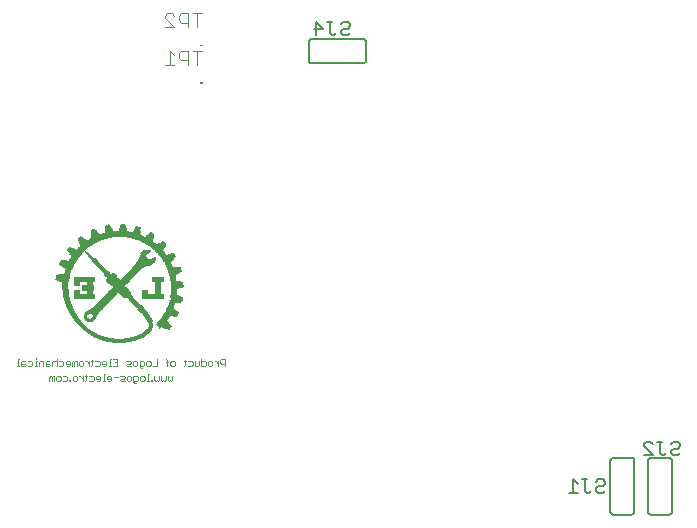
<source format=gbo>
G75*
G70*
%OFA0B0*%
%FSLAX24Y24*%
%IPPOS*%
%LPD*%
%AMOC8*
5,1,8,0,0,1.08239X$1,22.5*
%
%ADD10C,0.0020*%
%ADD11C,0.0060*%
%ADD12C,0.0050*%
%ADD13R,0.0483X0.0017*%
%ADD14R,0.0700X0.0017*%
%ADD15R,0.0867X0.0017*%
%ADD16R,0.1000X0.0017*%
%ADD17R,0.1117X0.0017*%
%ADD18R,0.1217X0.0017*%
%ADD19R,0.1300X0.0017*%
%ADD20R,0.0517X0.0017*%
%ADD21R,0.0550X0.0017*%
%ADD22R,0.0450X0.0017*%
%ADD23R,0.0400X0.0017*%
%ADD24R,0.0417X0.0017*%
%ADD25R,0.0367X0.0017*%
%ADD26R,0.0383X0.0017*%
%ADD27R,0.0333X0.0017*%
%ADD28R,0.0350X0.0017*%
%ADD29R,0.0317X0.0017*%
%ADD30R,0.0283X0.0017*%
%ADD31R,0.0300X0.0017*%
%ADD32R,0.0283X0.0017*%
%ADD33R,0.0283X0.0017*%
%ADD34R,0.0250X0.0017*%
%ADD35R,0.0233X0.0017*%
%ADD36R,0.0267X0.0017*%
%ADD37R,0.0217X0.0017*%
%ADD38R,0.0267X0.0017*%
%ADD39R,0.0200X0.0017*%
%ADD40R,0.0250X0.0017*%
%ADD41R,0.0183X0.0017*%
%ADD42R,0.0233X0.0017*%
%ADD43R,0.0183X0.0017*%
%ADD44R,0.0183X0.0017*%
%ADD45R,0.0167X0.0017*%
%ADD46R,0.0167X0.0017*%
%ADD47R,0.0217X0.0017*%
%ADD48R,0.0067X0.0017*%
%ADD49R,0.0150X0.0017*%
%ADD50R,0.0200X0.0017*%
%ADD51R,0.0133X0.0017*%
%ADD52R,0.0217X0.0017*%
%ADD53R,0.0017X0.0017*%
%ADD54R,0.0133X0.0017*%
%ADD55R,0.0217X0.0017*%
%ADD56R,0.0050X0.0017*%
%ADD57R,0.0300X0.0017*%
%ADD58R,0.0083X0.0017*%
%ADD59R,0.0133X0.0017*%
%ADD60R,0.0433X0.0017*%
%ADD61R,0.0133X0.0017*%
%ADD62R,0.0117X0.0017*%
%ADD63R,0.0467X0.0017*%
%ADD64R,0.0117X0.0017*%
%ADD65R,0.0483X0.0017*%
%ADD66R,0.0467X0.0017*%
%ADD67R,0.0383X0.0017*%
%ADD68R,0.0350X0.0017*%
%ADD69R,0.0150X0.0017*%
%ADD70R,0.0317X0.0017*%
%ADD71R,0.0283X0.0017*%
%ADD72R,0.0167X0.0017*%
%ADD73R,0.0267X0.0017*%
%ADD74R,0.0167X0.0017*%
%ADD75R,0.0100X0.0017*%
%ADD76R,0.0100X0.0017*%
%ADD77R,0.0233X0.0017*%
%ADD78R,0.0117X0.0017*%
%ADD79R,0.0500X0.0017*%
%ADD80R,0.0083X0.0017*%
%ADD81R,0.0500X0.0017*%
%ADD82R,0.0483X0.0017*%
%ADD83R,0.0233X0.0017*%
%ADD84R,0.0450X0.0017*%
%ADD85R,0.0433X0.0017*%
%ADD86R,0.0417X0.0017*%
%ADD87R,0.0183X0.0017*%
%ADD88R,0.0433X0.0017*%
%ADD89R,0.0333X0.0017*%
%ADD90R,0.0400X0.0017*%
%ADD91R,0.0367X0.0017*%
%ADD92R,0.0017X0.0017*%
%ADD93R,0.0333X0.0017*%
%ADD94R,0.0383X0.0017*%
%ADD95R,0.0433X0.0017*%
%ADD96R,0.0717X0.0017*%
%ADD97R,0.0700X0.0017*%
%ADD98R,0.0717X0.0017*%
%ADD99R,0.0317X0.0017*%
%ADD100R,0.0333X0.0017*%
%ADD101R,0.0733X0.0017*%
%ADD102R,0.0717X0.0017*%
%ADD103R,0.0683X0.0017*%
%ADD104R,0.0650X0.0017*%
%ADD105R,0.0617X0.0017*%
%ADD106R,0.0600X0.0017*%
%ADD107R,0.0567X0.0017*%
%ADD108R,0.0367X0.0017*%
%ADD109R,0.0533X0.0017*%
%ADD110R,0.0367X0.0017*%
%ADD111R,0.0417X0.0017*%
%ADD112R,0.0550X0.0017*%
%ADD113R,0.0583X0.0017*%
%ADD114R,0.0733X0.0017*%
%ADD115R,0.0383X0.0017*%
%ADD116R,0.0767X0.0017*%
%ADD117R,0.0783X0.0017*%
%ADD118R,0.0033X0.0017*%
%ADD119R,0.0067X0.0017*%
%ADD120R,0.0533X0.0017*%
%ADD121R,0.0567X0.0017*%
%ADD122R,0.0517X0.0017*%
%ADD123R,0.0567X0.0017*%
%ADD124R,0.0517X0.0017*%
%ADD125R,0.0317X0.0017*%
%ADD126R,0.0067X0.0017*%
%ADD127R,0.0033X0.0017*%
%ADD128R,0.0467X0.0017*%
%ADD129R,0.0583X0.0017*%
%ADD130R,0.0600X0.0017*%
%ADD131R,0.0633X0.0017*%
%ADD132R,0.0683X0.0017*%
%ADD133R,0.0650X0.0017*%
%ADD134R,0.0717X0.0017*%
%ADD135R,0.0533X0.0017*%
%ADD136R,0.0883X0.0017*%
%ADD137R,0.0750X0.0017*%
%ADD138R,0.0883X0.0017*%
%ADD139R,0.0033X0.0017*%
%ADD140R,0.1717X0.0017*%
%ADD141R,0.1683X0.0017*%
%ADD142R,0.1650X0.0017*%
%ADD143R,0.1633X0.0017*%
%ADD144R,0.1333X0.0017*%
%ADD145R,0.1283X0.0017*%
%ADD146R,0.1233X0.0017*%
%ADD147R,0.1183X0.0017*%
%ADD148R,0.0867X0.0017*%
%ADD149R,0.0767X0.0017*%
%ADD150R,0.0050X0.0017*%
%ADD151C,0.0040*%
%ADD152C,0.0000*%
D10*
X004499Y007881D02*
X004499Y007991D01*
X004536Y008027D01*
X004572Y007991D01*
X004572Y007881D01*
X004646Y007881D02*
X004646Y008027D01*
X004609Y008027D01*
X004572Y007991D01*
X004720Y007991D02*
X004757Y008027D01*
X004830Y008027D01*
X004867Y007991D01*
X004867Y007917D01*
X004830Y007881D01*
X004757Y007881D01*
X004720Y007917D01*
X004720Y007991D01*
X004941Y008027D02*
X005051Y008027D01*
X005088Y007991D01*
X005088Y007917D01*
X005051Y007881D01*
X004941Y007881D01*
X005162Y007881D02*
X005162Y007917D01*
X005198Y007917D01*
X005198Y007881D01*
X005162Y007881D01*
X005272Y007917D02*
X005309Y007881D01*
X005383Y007881D01*
X005419Y007917D01*
X005419Y007991D01*
X005383Y008027D01*
X005309Y008027D01*
X005272Y007991D01*
X005272Y007917D01*
X005493Y008027D02*
X005530Y008027D01*
X005603Y007954D01*
X005603Y007881D02*
X005603Y008027D01*
X005677Y008027D02*
X005751Y008027D01*
X005714Y008064D02*
X005714Y007917D01*
X005677Y007881D01*
X005825Y007881D02*
X005935Y007881D01*
X005972Y007917D01*
X005972Y007991D01*
X005935Y008027D01*
X005825Y008027D01*
X006046Y007991D02*
X006046Y007954D01*
X006193Y007954D01*
X006193Y007917D02*
X006193Y007991D01*
X006156Y008027D01*
X006083Y008027D01*
X006046Y007991D01*
X006083Y007881D02*
X006156Y007881D01*
X006193Y007917D01*
X006267Y007881D02*
X006340Y007881D01*
X006303Y007881D02*
X006303Y008101D01*
X006340Y008101D01*
X006414Y007991D02*
X006414Y007954D01*
X006561Y007954D01*
X006561Y007917D02*
X006561Y007991D01*
X006524Y008027D01*
X006451Y008027D01*
X006414Y007991D01*
X006451Y007881D02*
X006524Y007881D01*
X006561Y007917D01*
X006635Y007991D02*
X006782Y007991D01*
X006856Y008027D02*
X006966Y008027D01*
X007003Y007991D01*
X006966Y007954D01*
X006893Y007954D01*
X006856Y007917D01*
X006893Y007881D01*
X007003Y007881D01*
X007077Y007917D02*
X007077Y007991D01*
X007114Y008027D01*
X007187Y008027D01*
X007224Y007991D01*
X007224Y007917D01*
X007187Y007881D01*
X007114Y007881D01*
X007077Y007917D01*
X007298Y007881D02*
X007408Y007881D01*
X007445Y007917D01*
X007445Y007991D01*
X007408Y008027D01*
X007298Y008027D01*
X007298Y007844D01*
X007335Y007807D01*
X007371Y007807D01*
X007519Y007917D02*
X007519Y007991D01*
X007556Y008027D01*
X007629Y008027D01*
X007666Y007991D01*
X007666Y007917D01*
X007629Y007881D01*
X007556Y007881D01*
X007519Y007917D01*
X007740Y007881D02*
X007813Y007881D01*
X007776Y007881D02*
X007776Y008101D01*
X007813Y008101D01*
X007887Y007917D02*
X007887Y007881D01*
X007924Y007881D01*
X007924Y007917D01*
X007887Y007917D01*
X007998Y007917D02*
X008035Y007881D01*
X008071Y007917D01*
X008108Y007881D01*
X008145Y007917D01*
X008145Y008027D01*
X008219Y008027D02*
X008219Y007917D01*
X008256Y007881D01*
X008292Y007917D01*
X008329Y007881D01*
X008366Y007917D01*
X008366Y008027D01*
X008440Y008027D02*
X008440Y007917D01*
X008477Y007881D01*
X008513Y007917D01*
X008550Y007881D01*
X008587Y007917D01*
X008587Y008027D01*
X008569Y008381D02*
X008532Y008417D01*
X008532Y008491D01*
X008569Y008527D01*
X008643Y008527D01*
X008679Y008491D01*
X008679Y008417D01*
X008643Y008381D01*
X008569Y008381D01*
X008422Y008381D02*
X008422Y008564D01*
X008385Y008601D01*
X008385Y008491D02*
X008458Y008491D01*
X008090Y008601D02*
X008090Y008381D01*
X007943Y008381D01*
X007869Y008417D02*
X007832Y008381D01*
X007759Y008381D01*
X007722Y008417D01*
X007722Y008491D01*
X007759Y008527D01*
X007832Y008527D01*
X007869Y008491D01*
X007869Y008417D01*
X007648Y008417D02*
X007611Y008381D01*
X007501Y008381D01*
X007501Y008344D02*
X007501Y008527D01*
X007611Y008527D01*
X007648Y008491D01*
X007648Y008417D01*
X007575Y008307D02*
X007538Y008307D01*
X007501Y008344D01*
X007427Y008417D02*
X007390Y008381D01*
X007317Y008381D01*
X007280Y008417D01*
X007280Y008491D01*
X007317Y008527D01*
X007390Y008527D01*
X007427Y008491D01*
X007427Y008417D01*
X007206Y008381D02*
X007096Y008381D01*
X007059Y008417D01*
X007096Y008454D01*
X007169Y008454D01*
X007206Y008491D01*
X007169Y008527D01*
X007059Y008527D01*
X006764Y008491D02*
X006691Y008491D01*
X006764Y008601D02*
X006764Y008381D01*
X006617Y008381D01*
X006543Y008381D02*
X006470Y008381D01*
X006506Y008381D02*
X006506Y008601D01*
X006543Y008601D01*
X006617Y008601D02*
X006764Y008601D01*
X006396Y008491D02*
X006359Y008527D01*
X006286Y008527D01*
X006249Y008491D01*
X006249Y008454D01*
X006396Y008454D01*
X006396Y008417D02*
X006396Y008491D01*
X006396Y008417D02*
X006359Y008381D01*
X006286Y008381D01*
X006175Y008417D02*
X006138Y008381D01*
X006028Y008381D01*
X005917Y008417D02*
X005917Y008564D01*
X005954Y008527D02*
X005880Y008527D01*
X005806Y008527D02*
X005806Y008381D01*
X005806Y008454D02*
X005733Y008527D01*
X005696Y008527D01*
X005622Y008491D02*
X005622Y008417D01*
X005586Y008381D01*
X005512Y008381D01*
X005476Y008417D01*
X005476Y008491D01*
X005512Y008527D01*
X005586Y008527D01*
X005622Y008491D01*
X005401Y008527D02*
X005365Y008527D01*
X005328Y008491D01*
X005291Y008527D01*
X005255Y008491D01*
X005255Y008381D01*
X005328Y008381D02*
X005328Y008491D01*
X005401Y008527D02*
X005401Y008381D01*
X005180Y008417D02*
X005180Y008491D01*
X005144Y008527D01*
X005070Y008527D01*
X005034Y008491D01*
X005034Y008454D01*
X005180Y008454D01*
X005180Y008417D02*
X005144Y008381D01*
X005070Y008381D01*
X004959Y008417D02*
X004923Y008381D01*
X004813Y008381D01*
X004738Y008381D02*
X004738Y008601D01*
X004702Y008527D02*
X004628Y008527D01*
X004592Y008491D01*
X004592Y008381D01*
X004517Y008417D02*
X004481Y008454D01*
X004371Y008454D01*
X004371Y008491D02*
X004371Y008381D01*
X004481Y008381D01*
X004517Y008417D01*
X004481Y008527D02*
X004407Y008527D01*
X004371Y008491D01*
X004296Y008527D02*
X004186Y008527D01*
X004150Y008491D01*
X004150Y008381D01*
X004075Y008381D02*
X004002Y008381D01*
X004039Y008381D02*
X004039Y008527D01*
X004075Y008527D01*
X004039Y008601D02*
X004039Y008638D01*
X003928Y008491D02*
X003928Y008417D01*
X003891Y008381D01*
X003781Y008381D01*
X003707Y008417D02*
X003670Y008454D01*
X003560Y008454D01*
X003560Y008491D02*
X003560Y008381D01*
X003670Y008381D01*
X003707Y008417D01*
X003670Y008527D02*
X003597Y008527D01*
X003560Y008491D01*
X003486Y008601D02*
X003449Y008601D01*
X003449Y008381D01*
X003413Y008381D02*
X003486Y008381D01*
X003781Y008527D02*
X003891Y008527D01*
X003928Y008491D01*
X004296Y008527D02*
X004296Y008381D01*
X004702Y008527D02*
X004738Y008491D01*
X004813Y008527D02*
X004923Y008527D01*
X004959Y008491D01*
X004959Y008417D01*
X005880Y008381D02*
X005917Y008417D01*
X006028Y008527D02*
X006138Y008527D01*
X006175Y008491D01*
X006175Y008417D01*
X007998Y008027D02*
X007998Y007917D01*
X008974Y008381D02*
X009011Y008417D01*
X009011Y008564D01*
X009048Y008527D02*
X008974Y008527D01*
X009122Y008527D02*
X009232Y008527D01*
X009269Y008491D01*
X009269Y008417D01*
X009232Y008381D01*
X009122Y008381D01*
X009343Y008381D02*
X009343Y008527D01*
X009343Y008381D02*
X009453Y008381D01*
X009490Y008417D01*
X009490Y008527D01*
X009564Y008527D02*
X009674Y008527D01*
X009711Y008491D01*
X009711Y008417D01*
X009674Y008381D01*
X009564Y008381D01*
X009564Y008601D01*
X009785Y008491D02*
X009821Y008527D01*
X009895Y008527D01*
X009931Y008491D01*
X009931Y008417D01*
X009895Y008381D01*
X009821Y008381D01*
X009785Y008417D01*
X009785Y008491D01*
X010006Y008527D02*
X010042Y008527D01*
X010116Y008454D01*
X010116Y008381D02*
X010116Y008527D01*
X010190Y008491D02*
X010227Y008454D01*
X010337Y008454D01*
X010337Y008381D02*
X010337Y008601D01*
X010227Y008601D01*
X010190Y008564D01*
X010190Y008491D01*
D11*
X013247Y018471D02*
X014947Y018471D01*
X014964Y018473D01*
X014981Y018477D01*
X014997Y018484D01*
X015011Y018494D01*
X015024Y018507D01*
X015034Y018521D01*
X015041Y018537D01*
X015045Y018554D01*
X015047Y018571D01*
X015047Y019171D01*
X015045Y019188D01*
X015041Y019205D01*
X015034Y019221D01*
X015024Y019235D01*
X015011Y019248D01*
X014997Y019258D01*
X014981Y019265D01*
X014964Y019269D01*
X014947Y019271D01*
X013247Y019271D01*
X013230Y019269D01*
X013213Y019265D01*
X013197Y019258D01*
X013183Y019248D01*
X013170Y019235D01*
X013160Y019221D01*
X013153Y019205D01*
X013149Y019188D01*
X013147Y019171D01*
X013147Y018571D01*
X013149Y018554D01*
X013153Y018537D01*
X013160Y018521D01*
X013170Y018507D01*
X013183Y018494D01*
X013197Y018484D01*
X013213Y018477D01*
X013230Y018473D01*
X013247Y018471D01*
X023297Y005321D02*
X023897Y005321D01*
X023914Y005319D01*
X023931Y005315D01*
X023947Y005308D01*
X023961Y005298D01*
X023974Y005285D01*
X023984Y005271D01*
X023991Y005255D01*
X023995Y005238D01*
X023997Y005221D01*
X023997Y003521D01*
X023995Y003504D01*
X023991Y003487D01*
X023984Y003471D01*
X023974Y003457D01*
X023961Y003444D01*
X023947Y003434D01*
X023931Y003427D01*
X023914Y003423D01*
X023897Y003421D01*
X023297Y003421D01*
X023280Y003423D01*
X023263Y003427D01*
X023247Y003434D01*
X023233Y003444D01*
X023220Y003457D01*
X023210Y003471D01*
X023203Y003487D01*
X023199Y003504D01*
X023197Y003521D01*
X023197Y005221D01*
X023199Y005238D01*
X023203Y005255D01*
X023210Y005271D01*
X023220Y005285D01*
X023233Y005298D01*
X023247Y005308D01*
X023263Y005315D01*
X023280Y005319D01*
X023297Y005321D01*
X024447Y005221D02*
X024447Y003521D01*
X024449Y003504D01*
X024453Y003487D01*
X024460Y003471D01*
X024470Y003457D01*
X024483Y003444D01*
X024497Y003434D01*
X024513Y003427D01*
X024530Y003423D01*
X024547Y003421D01*
X025147Y003421D01*
X025164Y003423D01*
X025181Y003427D01*
X025197Y003434D01*
X025211Y003444D01*
X025224Y003457D01*
X025234Y003471D01*
X025241Y003487D01*
X025245Y003504D01*
X025247Y003521D01*
X025247Y005221D01*
X025245Y005238D01*
X025241Y005255D01*
X025234Y005271D01*
X025224Y005285D01*
X025211Y005298D01*
X025197Y005308D01*
X025181Y005315D01*
X025164Y005319D01*
X025147Y005321D01*
X024547Y005321D01*
X024530Y005319D01*
X024513Y005315D01*
X024497Y005308D01*
X024483Y005298D01*
X024470Y005285D01*
X024460Y005271D01*
X024453Y005255D01*
X024449Y005238D01*
X024447Y005221D01*
D12*
X024301Y005396D02*
X024601Y005396D01*
X024301Y005696D01*
X024301Y005771D01*
X024376Y005846D01*
X024526Y005846D01*
X024601Y005771D01*
X024761Y005846D02*
X024911Y005846D01*
X024836Y005846D02*
X024836Y005471D01*
X024911Y005396D01*
X024986Y005396D01*
X025061Y005471D01*
X025221Y005471D02*
X025296Y005396D01*
X025447Y005396D01*
X025522Y005471D01*
X025447Y005621D02*
X025522Y005696D01*
X025522Y005771D01*
X025447Y005846D01*
X025296Y005846D01*
X025221Y005771D01*
X025296Y005621D02*
X025221Y005546D01*
X025221Y005471D01*
X025296Y005621D02*
X025447Y005621D01*
X023022Y004521D02*
X023022Y004446D01*
X022947Y004371D01*
X022796Y004371D01*
X022721Y004296D01*
X022721Y004221D01*
X022796Y004146D01*
X022947Y004146D01*
X023022Y004221D01*
X023022Y004521D02*
X022947Y004596D01*
X022796Y004596D01*
X022721Y004521D01*
X022411Y004596D02*
X022261Y004596D01*
X022336Y004596D02*
X022336Y004221D01*
X022411Y004146D01*
X022486Y004146D01*
X022561Y004221D01*
X022101Y004146D02*
X021801Y004146D01*
X021951Y004146D02*
X021951Y004596D01*
X022101Y004446D01*
X014447Y019396D02*
X014522Y019471D01*
X014447Y019396D02*
X014296Y019396D01*
X014221Y019471D01*
X014221Y019546D01*
X014296Y019621D01*
X014447Y019621D01*
X014522Y019696D01*
X014522Y019771D01*
X014447Y019846D01*
X014296Y019846D01*
X014221Y019771D01*
X013911Y019846D02*
X013761Y019846D01*
X013836Y019846D02*
X013836Y019471D01*
X013911Y019396D01*
X013986Y019396D01*
X014061Y019471D01*
X013601Y019621D02*
X013376Y019846D01*
X013376Y019396D01*
X013301Y019621D02*
X013601Y019621D01*
D13*
X007713Y012554D03*
X006080Y012587D03*
X005380Y012154D03*
X008580Y010137D03*
X008563Y010104D03*
X008563Y010087D03*
X006830Y009154D03*
D14*
X006822Y009171D03*
X005672Y010621D03*
X005672Y010671D03*
X005672Y010721D03*
X005672Y011171D03*
X005672Y011221D03*
X005672Y011271D03*
X005672Y011321D03*
D15*
X006822Y009187D03*
D16*
X006822Y009204D03*
D17*
X006813Y009221D03*
D18*
X006813Y009237D03*
D19*
X006822Y009254D03*
D20*
X007247Y009271D03*
X006797Y011071D03*
X008447Y012021D03*
D21*
X007663Y011771D03*
X005763Y012471D03*
X006397Y009271D03*
D22*
X006313Y009287D03*
X007330Y009287D03*
X008330Y009704D03*
X008347Y009687D03*
X008580Y010154D03*
X008730Y010554D03*
X008680Y011537D03*
X008680Y011554D03*
X008663Y011587D03*
X008663Y011604D03*
X008647Y011637D03*
X007730Y012537D03*
X006613Y011237D03*
X006797Y011037D03*
X005930Y010154D03*
X004930Y011254D03*
X004947Y011337D03*
D23*
X004988Y011404D03*
X005105Y011704D03*
X005372Y012104D03*
X006522Y011404D03*
X006522Y011387D03*
X007505Y011687D03*
X008455Y011937D03*
X008672Y011504D03*
X008755Y011004D03*
X008572Y010187D03*
X008288Y009787D03*
X007388Y009304D03*
D24*
X006247Y009304D03*
X004947Y011237D03*
X008447Y011954D03*
D25*
X008655Y011471D03*
X007438Y009321D03*
X006088Y010271D03*
D26*
X006197Y009321D03*
X008447Y011921D03*
D27*
X008138Y012237D03*
X007838Y012454D03*
X007405Y011604D03*
X007388Y011587D03*
X007355Y011554D03*
X007338Y011537D03*
X007305Y011504D03*
X007288Y011487D03*
X007255Y011454D03*
X007238Y011437D03*
X007205Y011404D03*
X007188Y011387D03*
X007155Y011354D03*
X007138Y011337D03*
X007105Y011304D03*
X007088Y011287D03*
X007055Y011254D03*
X007038Y011237D03*
X006555Y010737D03*
X006505Y010687D03*
X006455Y010637D03*
X006405Y010587D03*
X006355Y010537D03*
X006305Y010487D03*
X006255Y010437D03*
X005855Y009904D03*
X006105Y009354D03*
X007488Y009337D03*
D28*
X008563Y010204D03*
X007430Y011637D03*
X006613Y011287D03*
X006597Y011304D03*
X006613Y010804D03*
X006597Y010787D03*
X006230Y010404D03*
X006213Y010387D03*
X006180Y010354D03*
X006163Y010337D03*
X006130Y010304D03*
X006113Y010287D03*
X006147Y009337D03*
X004980Y011204D03*
X008130Y012254D03*
X008447Y011904D03*
D29*
X007913Y012404D03*
X006580Y011337D03*
X007030Y010754D03*
X007080Y010704D03*
X007130Y010654D03*
X007530Y009354D03*
X005630Y012304D03*
X005680Y012337D03*
D30*
X007563Y009371D03*
D31*
X006072Y009371D03*
X005055Y011421D03*
X005605Y012271D03*
X005655Y012321D03*
X007738Y012171D03*
X008438Y011871D03*
D32*
X008697Y010954D03*
X008547Y010254D03*
X007597Y009387D03*
X005997Y009404D03*
X005597Y012554D03*
D33*
X005563Y012237D03*
X006030Y012754D03*
X005130Y011637D03*
X007630Y011954D03*
X008680Y011187D03*
X008680Y010704D03*
X006030Y009387D03*
D34*
X005913Y009454D03*
X007630Y009404D03*
X007663Y010137D03*
X007563Y010237D03*
X007530Y010304D03*
X007497Y010337D03*
X007480Y010354D03*
X008297Y009887D03*
X008313Y009904D03*
X008347Y009954D03*
X008380Y010004D03*
X008413Y009637D03*
X008430Y011837D03*
X008247Y012087D03*
X008213Y012137D03*
X008197Y012154D03*
X008163Y012187D03*
X008263Y012437D03*
X007863Y012704D03*
X007413Y012854D03*
X006947Y012904D03*
X006947Y012937D03*
X006480Y012904D03*
X006480Y012887D03*
X006013Y012787D03*
X005247Y012254D03*
X005363Y012004D03*
X005330Y011954D03*
X005313Y011937D03*
X005297Y011904D03*
X005280Y011887D03*
X007630Y011987D03*
X007663Y012104D03*
X007763Y012204D03*
D35*
X008438Y011821D03*
X008555Y012071D03*
X008105Y011121D03*
X008105Y011071D03*
X008105Y011021D03*
X008105Y010971D03*
X008105Y010921D03*
X008105Y010871D03*
X008105Y010821D03*
X008105Y010771D03*
X007555Y010271D03*
X007255Y010571D03*
X007205Y010621D03*
X006438Y011421D03*
X006405Y011471D03*
X006355Y011521D03*
X005838Y011121D03*
X005838Y011071D03*
X005838Y010871D03*
X005838Y010821D03*
X005838Y010771D03*
X005105Y011471D03*
X005138Y011571D03*
X005805Y009521D03*
X007655Y009421D03*
X008355Y009971D03*
X008388Y010021D03*
D36*
X007622Y010171D03*
X007572Y010221D03*
X008622Y011421D03*
X006022Y012771D03*
X005372Y012021D03*
X005022Y011171D03*
X005972Y009421D03*
D37*
X005763Y009554D03*
X005863Y009854D03*
X005030Y010937D03*
X005030Y010954D03*
X005030Y010987D03*
X005030Y011004D03*
X005030Y011037D03*
X005030Y011054D03*
X005030Y011087D03*
X005030Y011104D03*
X005030Y011137D03*
X005030Y011154D03*
X005113Y011504D03*
X005130Y011554D03*
X005563Y012604D03*
X006463Y012954D03*
X007430Y012904D03*
X007880Y012737D03*
X007630Y012054D03*
X007630Y012037D03*
X007630Y012004D03*
X008463Y011754D03*
X007263Y010554D03*
X007280Y010537D03*
X007313Y010504D03*
X007330Y010487D03*
X007363Y010454D03*
X007380Y010437D03*
X007413Y010404D03*
X007430Y010387D03*
X007730Y010054D03*
X007763Y010004D03*
X007713Y009454D03*
X007680Y009437D03*
X008530Y010287D03*
X008530Y010304D03*
X006413Y011454D03*
D38*
X005355Y011987D03*
X006488Y012854D03*
X006938Y012887D03*
X007405Y012837D03*
X007855Y012687D03*
X007755Y012187D03*
X007705Y012137D03*
X008155Y012204D03*
X008438Y011854D03*
X007588Y010204D03*
X007605Y010187D03*
X007638Y010154D03*
X005988Y010104D03*
X005938Y009437D03*
D39*
X005622Y009671D03*
X005572Y009721D03*
X005422Y010771D03*
X005055Y010721D03*
X005038Y010821D03*
X005038Y010871D03*
X006038Y011821D03*
X006088Y011771D03*
X006138Y011721D03*
X006188Y011671D03*
X006238Y011621D03*
X006288Y011571D03*
X007638Y012071D03*
X008455Y011771D03*
X008505Y011671D03*
X008572Y010421D03*
X008555Y010371D03*
X008538Y010321D03*
X007788Y009971D03*
X007755Y010021D03*
X007722Y009471D03*
D40*
X008330Y009921D03*
X008530Y010271D03*
X008613Y010471D03*
X008663Y010721D03*
X007513Y010321D03*
X005880Y009471D03*
X005280Y011871D03*
X005313Y011921D03*
X006947Y012921D03*
X007630Y011971D03*
X008180Y012171D03*
X008263Y012071D03*
D41*
X008647Y010904D03*
X008647Y010887D03*
X008647Y010854D03*
X008647Y010837D03*
X008647Y010804D03*
X008647Y010787D03*
X008647Y010754D03*
X007797Y009954D03*
X007797Y009537D03*
X007747Y009487D03*
X005547Y009754D03*
X005497Y009804D03*
X005347Y010004D03*
X005147Y010387D03*
X005097Y010537D03*
X005097Y010554D03*
X005047Y010787D03*
X006947Y013037D03*
D42*
X006005Y012804D03*
X005138Y011604D03*
X005138Y011587D03*
X005105Y011487D03*
X005838Y011154D03*
X005838Y011137D03*
X005838Y011104D03*
X005838Y011087D03*
X005838Y011054D03*
X005838Y010854D03*
X005838Y010837D03*
X005838Y010804D03*
X005838Y010787D03*
X006388Y011487D03*
X007188Y010637D03*
X007238Y010587D03*
X007538Y010287D03*
X007555Y010254D03*
X007688Y010104D03*
X007705Y010087D03*
X008338Y009937D03*
X008105Y010787D03*
X008105Y010804D03*
X008105Y010837D03*
X008105Y010854D03*
X008105Y010887D03*
X008105Y010904D03*
X008105Y010937D03*
X008105Y010954D03*
X008105Y010987D03*
X008105Y011004D03*
X008105Y011037D03*
X008105Y011054D03*
X008105Y011087D03*
X008105Y011104D03*
X008105Y011137D03*
X008105Y011154D03*
X008238Y012104D03*
X005838Y009504D03*
X005855Y009487D03*
X005788Y009537D03*
D43*
X005563Y009737D03*
X005513Y009787D03*
X005463Y009837D03*
X005430Y009887D03*
X005413Y009904D03*
X005380Y009954D03*
X005313Y010054D03*
X005280Y010104D03*
X005263Y010137D03*
X005230Y010204D03*
X005213Y010237D03*
X005180Y010304D03*
X005163Y010354D03*
X005130Y010437D03*
X005113Y010487D03*
X005113Y010504D03*
X005080Y010587D03*
X005080Y010604D03*
X005080Y010637D03*
X005063Y010654D03*
X005063Y010687D03*
X005063Y010704D03*
X005413Y010787D03*
X005413Y010804D03*
X005413Y010837D03*
X005413Y011087D03*
X005413Y011104D03*
X005413Y011137D03*
X006013Y011854D03*
X006413Y011437D03*
X007680Y010804D03*
X007680Y010787D03*
X007813Y009937D03*
X007763Y009504D03*
X008580Y010454D03*
X008630Y011204D03*
X008630Y011237D03*
X008630Y011254D03*
X008613Y011287D03*
X008613Y011304D03*
X008613Y011337D03*
X006013Y010087D03*
D44*
X005530Y009771D03*
X005480Y009821D03*
X005363Y009971D03*
X005080Y010621D03*
X005063Y010671D03*
X005413Y010821D03*
X005413Y011121D03*
X005230Y012271D03*
X005980Y012871D03*
X008613Y011321D03*
X008630Y011271D03*
X008630Y011221D03*
X007680Y010771D03*
X007813Y009921D03*
X007780Y009521D03*
X008430Y009621D03*
D45*
X007855Y009837D03*
X007838Y009887D03*
X007805Y009554D03*
X005455Y009854D03*
X005388Y009937D03*
X005355Y009987D03*
X005288Y010087D03*
X005255Y010154D03*
X005238Y010187D03*
X005205Y010254D03*
X005188Y010287D03*
X005138Y010404D03*
X005405Y010854D03*
X005405Y010887D03*
X005405Y011054D03*
X006005Y011887D03*
X005988Y011904D03*
X005955Y011937D03*
X006455Y013004D03*
X006955Y013054D03*
X007438Y012954D03*
X007938Y011904D03*
X008788Y011654D03*
D46*
X007672Y010871D03*
X007672Y010821D03*
X007822Y009571D03*
X005272Y010121D03*
X005222Y010221D03*
X005172Y010321D03*
X005122Y010471D03*
X004972Y011871D03*
X005972Y011921D03*
D47*
X005997Y012821D03*
X006947Y012971D03*
X007297Y010521D03*
X007347Y010471D03*
X007397Y010421D03*
X007447Y010371D03*
X005747Y009571D03*
D48*
X008472Y009587D03*
X005772Y012104D03*
D49*
X005213Y012287D03*
X006447Y013037D03*
X006947Y013087D03*
X007447Y012987D03*
X007663Y010887D03*
X007847Y009854D03*
X007863Y009804D03*
X007847Y009604D03*
X007830Y009587D03*
X006013Y010054D03*
X005980Y009954D03*
X005963Y009937D03*
X005863Y009837D03*
D50*
X005722Y009587D03*
X005655Y009637D03*
X005638Y009654D03*
X005605Y009687D03*
X005588Y009704D03*
X005055Y010737D03*
X005055Y010754D03*
X005038Y010804D03*
X005038Y010837D03*
X005038Y010854D03*
X005038Y010887D03*
X005038Y010904D03*
X005422Y011154D03*
X006155Y011704D03*
X006172Y011687D03*
X006205Y011654D03*
X006222Y011637D03*
X006255Y011604D03*
X006272Y011587D03*
X006305Y011554D03*
X006322Y011537D03*
X006122Y011737D03*
X006105Y011754D03*
X006072Y011787D03*
X006055Y011804D03*
X006022Y011837D03*
X005988Y012854D03*
X006455Y012987D03*
X006955Y013004D03*
X007438Y012937D03*
X007888Y012754D03*
X008272Y012454D03*
X008438Y011804D03*
X008472Y011737D03*
X008488Y011704D03*
X008488Y011687D03*
X008505Y011654D03*
X008605Y011387D03*
X008605Y011354D03*
X008638Y010737D03*
X008572Y010437D03*
X008572Y010404D03*
X008555Y010387D03*
X008555Y010354D03*
X008538Y010337D03*
X007772Y009987D03*
D51*
X007855Y009637D03*
X008455Y009604D03*
X006005Y010004D03*
X006005Y010037D03*
X005755Y010104D03*
X005738Y010087D03*
X005738Y009937D03*
X005555Y012637D03*
X006455Y013054D03*
D52*
X005997Y012837D03*
X006947Y012954D03*
X006947Y012987D03*
X007647Y012087D03*
X008447Y011787D03*
X007747Y010037D03*
X005697Y009604D03*
X005097Y011437D03*
X005097Y011454D03*
D53*
X006497Y013071D03*
X008197Y009621D03*
D54*
X007855Y009621D03*
X006005Y010021D03*
X005988Y009971D03*
X006638Y011421D03*
D55*
X007630Y012021D03*
X008480Y011721D03*
X007430Y012921D03*
X006463Y012971D03*
X005030Y011121D03*
X005030Y011071D03*
X005030Y011021D03*
X005030Y010971D03*
X005030Y010921D03*
X005680Y009621D03*
X007713Y010071D03*
D56*
X008197Y009637D03*
X007030Y010637D03*
X008013Y011987D03*
X005730Y012154D03*
D57*
X005622Y012287D03*
X005588Y012254D03*
X005372Y012037D03*
X005255Y012237D03*
X007638Y011937D03*
X007722Y012154D03*
X008238Y012404D03*
X008638Y011437D03*
X008555Y010237D03*
X008288Y009854D03*
X008405Y009654D03*
X005855Y009887D03*
D58*
X008197Y009654D03*
X005197Y012304D03*
D59*
X007972Y011937D03*
X007872Y009787D03*
X007872Y009754D03*
X007872Y009687D03*
X007872Y009654D03*
D60*
X008288Y009771D03*
X008355Y009671D03*
X008738Y010571D03*
X008738Y010621D03*
X006805Y011021D03*
X005738Y012421D03*
D61*
X007872Y009771D03*
X007872Y009671D03*
D62*
X007880Y009704D03*
X007880Y009737D03*
X005913Y011954D03*
D63*
X004955Y011371D03*
X004938Y011321D03*
X004938Y011271D03*
X006838Y010971D03*
X008305Y009721D03*
D64*
X007880Y009721D03*
X005730Y010071D03*
D65*
X006797Y011054D03*
X005747Y012437D03*
X008447Y011987D03*
X008297Y009737D03*
D66*
X008288Y009754D03*
X004938Y011287D03*
X004938Y011304D03*
X004955Y011354D03*
X004955Y011387D03*
X005088Y011737D03*
D67*
X006547Y011354D03*
X006047Y010237D03*
X008297Y009804D03*
X006897Y012854D03*
D68*
X007813Y012471D03*
X007413Y011621D03*
X008713Y010671D03*
X008297Y009821D03*
X006247Y010421D03*
X006197Y010371D03*
X006147Y010321D03*
X005863Y009921D03*
X005113Y011671D03*
X005713Y012371D03*
D69*
X006947Y013071D03*
X007897Y012771D03*
X008280Y012471D03*
X007963Y011921D03*
X008697Y010021D03*
X007863Y009821D03*
D70*
X008297Y009837D03*
X008697Y010687D03*
X008647Y011454D03*
X008447Y011887D03*
X007097Y010687D03*
X007047Y010737D03*
X004997Y011187D03*
X005697Y012354D03*
D71*
X006947Y012871D03*
X008147Y012221D03*
X008297Y009871D03*
D72*
X007838Y009871D03*
X006005Y010071D03*
X005438Y009871D03*
X005405Y009921D03*
X005338Y010021D03*
X005305Y010071D03*
X005155Y010371D03*
X005138Y010421D03*
X005105Y010521D03*
X005405Y010871D03*
X005405Y011071D03*
X006005Y011871D03*
X005555Y012621D03*
X006455Y013021D03*
X007438Y012971D03*
X007788Y012221D03*
D73*
X007688Y012121D03*
X008255Y012421D03*
X007838Y012671D03*
X007405Y012821D03*
X006488Y012871D03*
X005588Y012571D03*
X005338Y011971D03*
X005138Y011621D03*
X005855Y009871D03*
D74*
X005322Y010037D03*
X005172Y010337D03*
X005122Y010454D03*
X007672Y010837D03*
X007672Y010854D03*
X007822Y009904D03*
X008572Y012087D03*
X005972Y012887D03*
D75*
X005988Y012904D03*
X005838Y012037D03*
X005872Y012004D03*
X005888Y011987D03*
X006638Y011437D03*
X007988Y011954D03*
X008288Y012487D03*
X008605Y012104D03*
X005722Y010054D03*
X005722Y010004D03*
X005722Y009987D03*
X005722Y009954D03*
D76*
X005722Y009971D03*
X005705Y010021D03*
X005905Y011971D03*
X005855Y012021D03*
D77*
X005572Y012587D03*
X006472Y012937D03*
X007422Y012887D03*
X006372Y011504D03*
X007222Y010604D03*
X008372Y009987D03*
X008672Y010937D03*
X008622Y011404D03*
X005122Y011537D03*
D78*
X005997Y009987D03*
X007897Y012787D03*
D79*
X008105Y012337D03*
X008455Y012004D03*
X007572Y011704D03*
X006838Y010954D03*
X005105Y011787D03*
X005105Y011804D03*
X005122Y011837D03*
X005088Y011754D03*
X006122Y012604D03*
X008538Y010054D03*
X008538Y010037D03*
D80*
X005713Y010037D03*
X005830Y012054D03*
X007430Y013004D03*
D81*
X005088Y011771D03*
X008555Y010071D03*
D82*
X008580Y010121D03*
X008113Y012321D03*
D83*
X008222Y012121D03*
X007872Y012721D03*
X007422Y012871D03*
X006472Y012921D03*
X005122Y011521D03*
X007672Y010121D03*
D84*
X006613Y011221D03*
X005947Y010171D03*
X005913Y010121D03*
X005097Y011721D03*
X006047Y012571D03*
X008447Y011971D03*
X008647Y011621D03*
X008663Y011571D03*
X008680Y011521D03*
D85*
X008772Y011037D03*
X008722Y010537D03*
X008722Y010504D03*
X006822Y011004D03*
X005972Y010187D03*
X005922Y010137D03*
X008122Y012304D03*
D86*
X008763Y011121D03*
X008763Y011071D03*
X008580Y010171D03*
D87*
X008647Y010771D03*
X008647Y010821D03*
X008647Y010871D03*
X008647Y010921D03*
X008597Y011371D03*
X006947Y013021D03*
X005047Y010771D03*
X005097Y010571D03*
X005197Y010271D03*
X005247Y010171D03*
D88*
X005988Y010204D03*
X006838Y010987D03*
X008738Y010637D03*
X008738Y010604D03*
X008738Y010587D03*
X006005Y012554D03*
D89*
X006588Y011321D03*
X006588Y010771D03*
X006538Y010721D03*
X006488Y010671D03*
X006438Y010621D03*
X006388Y010571D03*
X006338Y010521D03*
X006288Y010471D03*
X008555Y010221D03*
D90*
X006538Y011371D03*
X006022Y010221D03*
X007738Y012521D03*
D91*
X005772Y011037D03*
X005772Y011004D03*
X005772Y010987D03*
X005772Y010954D03*
X005772Y010937D03*
X005772Y010904D03*
X005772Y010887D03*
X006072Y010254D03*
X007022Y010787D03*
D92*
X007580Y010371D03*
X007880Y012821D03*
D93*
X007872Y012437D03*
X006572Y010754D03*
X006522Y010704D03*
X006472Y010654D03*
X006422Y010604D03*
X006372Y010554D03*
X006322Y010504D03*
X006272Y010454D03*
X005122Y011654D03*
X005372Y012054D03*
D94*
X005363Y012087D03*
X005713Y012387D03*
X005113Y011687D03*
X007013Y010804D03*
X008113Y011187D03*
X008113Y011204D03*
X008113Y011237D03*
X008113Y011254D03*
X008113Y011287D03*
X008113Y011304D03*
X008663Y011487D03*
X008730Y010654D03*
X008680Y010487D03*
D95*
X008722Y010521D03*
X008772Y011021D03*
X005372Y012121D03*
D96*
X007947Y010754D03*
X007947Y010737D03*
X007947Y010704D03*
X007947Y010687D03*
X007947Y010654D03*
X007947Y010637D03*
X007947Y010604D03*
D97*
X005672Y010604D03*
X005672Y010637D03*
X005672Y010654D03*
X005672Y010687D03*
X005672Y010704D03*
X005672Y010737D03*
X005672Y010754D03*
X005672Y011187D03*
X005672Y011204D03*
X005672Y011237D03*
X005672Y011254D03*
X005672Y011287D03*
X005672Y011304D03*
X006255Y012654D03*
D98*
X007947Y010721D03*
X007947Y010671D03*
X007947Y010621D03*
D99*
X008713Y010971D03*
X007113Y010671D03*
X007063Y010721D03*
D100*
X007022Y010771D03*
X007022Y011221D03*
X007072Y011271D03*
X007122Y011321D03*
X007172Y011371D03*
X007222Y011421D03*
X007272Y011471D03*
X007322Y011521D03*
X007372Y011571D03*
X008722Y011171D03*
D101*
X006822Y010821D03*
D102*
X006830Y010837D03*
X005830Y012537D03*
D103*
X006780Y011137D03*
X006830Y010854D03*
D104*
X006830Y010871D03*
X006780Y011121D03*
D105*
X006830Y010887D03*
D106*
X006838Y010904D03*
D107*
X006838Y010921D03*
X007705Y011821D03*
X007738Y011871D03*
X008088Y012371D03*
D108*
X007472Y011671D03*
X005772Y011021D03*
X005772Y010971D03*
X005772Y010921D03*
X005372Y012071D03*
D109*
X006838Y010937D03*
X008105Y012354D03*
D110*
X007788Y012487D03*
X007755Y012504D03*
X007655Y011904D03*
X007455Y011654D03*
X008738Y010987D03*
D111*
X008763Y011054D03*
X008763Y011087D03*
X008763Y011104D03*
X008763Y011137D03*
X008763Y011154D03*
X008130Y012287D03*
X006613Y011254D03*
X005730Y012404D03*
D112*
X005380Y012187D03*
X006797Y011087D03*
X007630Y011737D03*
X007647Y011754D03*
X007680Y011787D03*
X007713Y011837D03*
X007747Y011887D03*
D113*
X006797Y011104D03*
D114*
X006772Y011154D03*
D115*
X006613Y011271D03*
X008113Y011271D03*
X008113Y011321D03*
X008113Y011221D03*
X008113Y011171D03*
X008130Y012271D03*
X004963Y011221D03*
D116*
X006772Y011171D03*
D117*
X006780Y011187D03*
X006780Y011204D03*
X007580Y012637D03*
D118*
X006388Y011337D03*
D119*
X006638Y011454D03*
X005788Y012087D03*
X005738Y012137D03*
X005555Y012654D03*
X007888Y012804D03*
X008288Y012504D03*
D120*
X007688Y012571D03*
X007605Y011721D03*
D121*
X007688Y011804D03*
D122*
X005380Y012171D03*
X005113Y011821D03*
D123*
X007722Y011854D03*
D124*
X008413Y012054D03*
X008430Y012037D03*
X005763Y012454D03*
X005130Y011854D03*
D125*
X007647Y011921D03*
X007897Y012421D03*
D126*
X008005Y011971D03*
X005805Y012071D03*
X005755Y012121D03*
D127*
X005722Y012171D03*
X008622Y012121D03*
D128*
X005372Y012137D03*
D129*
X005380Y012204D03*
X005780Y012487D03*
X006213Y012637D03*
X007663Y012587D03*
X008080Y012387D03*
D130*
X005388Y012221D03*
D131*
X005788Y012504D03*
D132*
X005813Y012521D03*
D133*
X007647Y012604D03*
D134*
X007613Y012621D03*
D135*
X006172Y012621D03*
D136*
X007530Y012654D03*
D137*
X007280Y012671D03*
D138*
X006347Y012671D03*
D139*
X005555Y012671D03*
D140*
X006763Y012687D03*
D141*
X006747Y012704D03*
D142*
X006730Y012721D03*
D143*
X006722Y012737D03*
D144*
X006872Y012754D03*
D145*
X006897Y012771D03*
D146*
X006922Y012787D03*
D147*
X006947Y012804D03*
D148*
X006788Y012821D03*
D149*
X006738Y012837D03*
D150*
X005997Y012921D03*
D151*
X008355Y018416D02*
X008662Y018416D01*
X008508Y018416D02*
X008508Y018877D01*
X008662Y018723D01*
X008815Y018646D02*
X008892Y018570D01*
X009122Y018570D01*
X009122Y018416D02*
X009122Y018877D01*
X008892Y018877D01*
X008815Y018800D01*
X008815Y018646D01*
X009276Y018877D02*
X009583Y018877D01*
X009429Y018877D02*
X009429Y018416D01*
X009429Y019666D02*
X009429Y020127D01*
X009276Y020127D02*
X009583Y020127D01*
X009122Y020127D02*
X008892Y020127D01*
X008815Y020050D01*
X008815Y019896D01*
X008892Y019820D01*
X009122Y019820D01*
X009122Y019666D02*
X009122Y020127D01*
X008662Y020050D02*
X008585Y020127D01*
X008432Y020127D01*
X008355Y020050D01*
X008355Y019973D01*
X008662Y019666D01*
X008355Y019666D01*
D152*
X009507Y019079D02*
X009507Y019072D01*
X009509Y019071D01*
X009512Y019071D01*
X009514Y019072D01*
X009514Y019079D01*
X009512Y019081D01*
X009509Y019081D01*
X009507Y019079D01*
X009511Y019074D02*
X009507Y019071D01*
X009517Y019072D02*
X009518Y019071D01*
X009522Y019071D01*
X009523Y019072D01*
X009526Y019072D02*
X009527Y019071D01*
X009531Y019071D01*
X009532Y019072D01*
X009535Y019071D02*
X009542Y019071D01*
X009538Y019071D02*
X009538Y019081D01*
X009542Y019077D01*
X009544Y019076D02*
X009546Y019074D01*
X009551Y019074D01*
X009551Y019071D02*
X009551Y019081D01*
X009546Y019081D01*
X009544Y019079D01*
X009544Y019076D01*
X009553Y019081D02*
X009560Y019081D01*
X009557Y019081D02*
X009557Y019071D01*
X009562Y019071D02*
X009569Y019071D01*
X009572Y019071D02*
X009575Y019074D01*
X009573Y019074D02*
X009578Y019074D01*
X009578Y019071D02*
X009578Y019081D01*
X009573Y019081D01*
X009572Y019079D01*
X009572Y019076D01*
X009573Y019074D01*
X009569Y019077D02*
X009566Y019081D01*
X009566Y019071D01*
X009581Y019081D02*
X009587Y019081D01*
X009584Y019081D02*
X009584Y019071D01*
X009590Y019076D02*
X009592Y019074D01*
X009597Y019074D01*
X009597Y019071D02*
X009597Y019081D01*
X009592Y019081D01*
X009590Y019079D01*
X009590Y019076D01*
X009532Y019079D02*
X009531Y019081D01*
X009527Y019081D01*
X009526Y019079D01*
X009526Y019077D01*
X009527Y019076D01*
X009526Y019074D01*
X009526Y019072D01*
X009527Y019076D02*
X009529Y019076D01*
X009523Y019077D02*
X009522Y019076D01*
X009518Y019076D01*
X009517Y019074D01*
X009517Y019072D01*
X009517Y019079D02*
X009518Y019081D01*
X009522Y019081D01*
X009523Y019079D01*
X009523Y019077D01*
X009522Y017831D02*
X009523Y017829D01*
X009523Y017827D01*
X009522Y017826D01*
X009518Y017826D01*
X009517Y017824D01*
X009517Y017822D01*
X009518Y017821D01*
X009522Y017821D01*
X009523Y017822D01*
X009526Y017822D02*
X009527Y017821D01*
X009531Y017821D01*
X009532Y017822D01*
X009535Y017821D02*
X009542Y017821D01*
X009538Y017821D02*
X009538Y017831D01*
X009542Y017827D01*
X009544Y017826D02*
X009546Y017824D01*
X009551Y017824D01*
X009551Y017821D02*
X009551Y017831D01*
X009546Y017831D01*
X009544Y017829D01*
X009544Y017826D01*
X009553Y017831D02*
X009560Y017831D01*
X009557Y017831D02*
X009557Y017821D01*
X009562Y017821D02*
X009569Y017821D01*
X009572Y017821D02*
X009575Y017824D01*
X009573Y017824D02*
X009578Y017824D01*
X009578Y017821D02*
X009578Y017831D01*
X009573Y017831D01*
X009572Y017829D01*
X009572Y017826D01*
X009573Y017824D01*
X009569Y017827D02*
X009566Y017831D01*
X009566Y017821D01*
X009581Y017831D02*
X009587Y017831D01*
X009584Y017831D02*
X009584Y017821D01*
X009590Y017826D02*
X009592Y017824D01*
X009597Y017824D01*
X009597Y017821D02*
X009597Y017831D01*
X009592Y017831D01*
X009590Y017829D01*
X009590Y017826D01*
X009532Y017829D02*
X009531Y017831D01*
X009527Y017831D01*
X009526Y017829D01*
X009526Y017827D01*
X009527Y017826D01*
X009526Y017824D01*
X009526Y017822D01*
X009527Y017826D02*
X009529Y017826D01*
X009522Y017831D02*
X009518Y017831D01*
X009517Y017829D01*
X009514Y017829D02*
X009512Y017831D01*
X009509Y017831D01*
X009507Y017829D01*
X009507Y017822D01*
X009509Y017821D01*
X009512Y017821D01*
X009514Y017822D01*
X009514Y017829D01*
X009511Y017824D02*
X009507Y017821D01*
M02*

</source>
